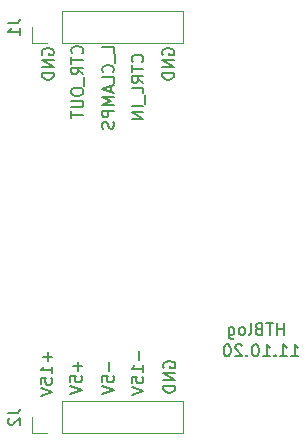
<source format=gbr>
G04 #@! TF.GenerationSoftware,KiCad,Pcbnew,(5.1.5)-3*
G04 #@! TF.CreationDate,2020-10-27T23:36:23+01:00*
G04 #@! TF.ProjectId,error_amplifier_1,6572726f-725f-4616-9d70-6c6966696572,rev?*
G04 #@! TF.SameCoordinates,Original*
G04 #@! TF.FileFunction,Legend,Bot*
G04 #@! TF.FilePolarity,Positive*
%FSLAX46Y46*%
G04 Gerber Fmt 4.6, Leading zero omitted, Abs format (unit mm)*
G04 Created by KiCad (PCBNEW (5.1.5)-3) date 2020-10-27 23:36:23*
%MOMM*%
%LPD*%
G04 APERTURE LIST*
%ADD10C,0.150000*%
%ADD11C,0.120000*%
G04 APERTURE END LIST*
D10*
X129233333Y-145452380D02*
X129233333Y-144452380D01*
X129233333Y-144928571D02*
X128661904Y-144928571D01*
X128661904Y-145452380D02*
X128661904Y-144452380D01*
X128328571Y-144452380D02*
X127757142Y-144452380D01*
X128042857Y-145452380D02*
X128042857Y-144452380D01*
X127090476Y-144928571D02*
X126947619Y-144976190D01*
X126900000Y-145023809D01*
X126852380Y-145119047D01*
X126852380Y-145261904D01*
X126900000Y-145357142D01*
X126947619Y-145404761D01*
X127042857Y-145452380D01*
X127423809Y-145452380D01*
X127423809Y-144452380D01*
X127090476Y-144452380D01*
X126995238Y-144500000D01*
X126947619Y-144547619D01*
X126900000Y-144642857D01*
X126900000Y-144738095D01*
X126947619Y-144833333D01*
X126995238Y-144880952D01*
X127090476Y-144928571D01*
X127423809Y-144928571D01*
X126280952Y-145452380D02*
X126376190Y-145404761D01*
X126423809Y-145309523D01*
X126423809Y-144452380D01*
X125757142Y-145452380D02*
X125852380Y-145404761D01*
X125900000Y-145357142D01*
X125947619Y-145261904D01*
X125947619Y-144976190D01*
X125900000Y-144880952D01*
X125852380Y-144833333D01*
X125757142Y-144785714D01*
X125614285Y-144785714D01*
X125519047Y-144833333D01*
X125471428Y-144880952D01*
X125423809Y-144976190D01*
X125423809Y-145261904D01*
X125471428Y-145357142D01*
X125519047Y-145404761D01*
X125614285Y-145452380D01*
X125757142Y-145452380D01*
X124566666Y-144785714D02*
X124566666Y-145595238D01*
X124614285Y-145690476D01*
X124661904Y-145738095D01*
X124757142Y-145785714D01*
X124900000Y-145785714D01*
X124995238Y-145738095D01*
X124566666Y-145404761D02*
X124661904Y-145452380D01*
X124852380Y-145452380D01*
X124947619Y-145404761D01*
X124995238Y-145357142D01*
X125042857Y-145261904D01*
X125042857Y-144976190D01*
X124995238Y-144880952D01*
X124947619Y-144833333D01*
X124852380Y-144785714D01*
X124661904Y-144785714D01*
X124566666Y-144833333D01*
X119000000Y-121738095D02*
X118952380Y-121642857D01*
X118952380Y-121500000D01*
X119000000Y-121357142D01*
X119095238Y-121261904D01*
X119190476Y-121214285D01*
X119380952Y-121166666D01*
X119523809Y-121166666D01*
X119714285Y-121214285D01*
X119809523Y-121261904D01*
X119904761Y-121357142D01*
X119952380Y-121500000D01*
X119952380Y-121595238D01*
X119904761Y-121738095D01*
X119857142Y-121785714D01*
X119523809Y-121785714D01*
X119523809Y-121595238D01*
X119952380Y-122214285D02*
X118952380Y-122214285D01*
X119952380Y-122785714D01*
X118952380Y-122785714D01*
X119952380Y-123261904D02*
X118952380Y-123261904D01*
X118952380Y-123500000D01*
X119000000Y-123642857D01*
X119095238Y-123738095D01*
X119190476Y-123785714D01*
X119380952Y-123833333D01*
X119523809Y-123833333D01*
X119714285Y-123785714D01*
X119809523Y-123738095D01*
X119904761Y-123642857D01*
X119952380Y-123500000D01*
X119952380Y-123261904D01*
X117257142Y-122340952D02*
X117304761Y-122293333D01*
X117352380Y-122150476D01*
X117352380Y-122055238D01*
X117304761Y-121912380D01*
X117209523Y-121817142D01*
X117114285Y-121769523D01*
X116923809Y-121721904D01*
X116780952Y-121721904D01*
X116590476Y-121769523D01*
X116495238Y-121817142D01*
X116400000Y-121912380D01*
X116352380Y-122055238D01*
X116352380Y-122150476D01*
X116400000Y-122293333D01*
X116447619Y-122340952D01*
X116352380Y-122626666D02*
X116352380Y-123198095D01*
X117352380Y-122912380D02*
X116352380Y-122912380D01*
X117352380Y-124102857D02*
X116876190Y-123769523D01*
X117352380Y-123531428D02*
X116352380Y-123531428D01*
X116352380Y-123912380D01*
X116400000Y-124007619D01*
X116447619Y-124055238D01*
X116542857Y-124102857D01*
X116685714Y-124102857D01*
X116780952Y-124055238D01*
X116828571Y-124007619D01*
X116876190Y-123912380D01*
X116876190Y-123531428D01*
X117352380Y-125007619D02*
X117352380Y-124531428D01*
X116352380Y-124531428D01*
X117447619Y-125102857D02*
X117447619Y-125864761D01*
X117352380Y-126102857D02*
X116352380Y-126102857D01*
X117352380Y-126579047D02*
X116352380Y-126579047D01*
X117352380Y-127150476D01*
X116352380Y-127150476D01*
X114852380Y-121547619D02*
X114852380Y-121071428D01*
X113852380Y-121071428D01*
X114947619Y-121642857D02*
X114947619Y-122404761D01*
X114757142Y-123214285D02*
X114804761Y-123166666D01*
X114852380Y-123023809D01*
X114852380Y-122928571D01*
X114804761Y-122785714D01*
X114709523Y-122690476D01*
X114614285Y-122642857D01*
X114423809Y-122595238D01*
X114280952Y-122595238D01*
X114090476Y-122642857D01*
X113995238Y-122690476D01*
X113900000Y-122785714D01*
X113852380Y-122928571D01*
X113852380Y-123023809D01*
X113900000Y-123166666D01*
X113947619Y-123214285D01*
X114852380Y-124119047D02*
X114852380Y-123642857D01*
X113852380Y-123642857D01*
X114566666Y-124404761D02*
X114566666Y-124880952D01*
X114852380Y-124309523D02*
X113852380Y-124642857D01*
X114852380Y-124976190D01*
X114852380Y-125309523D02*
X113852380Y-125309523D01*
X114566666Y-125642857D01*
X113852380Y-125976190D01*
X114852380Y-125976190D01*
X114852380Y-126452380D02*
X113852380Y-126452380D01*
X113852380Y-126833333D01*
X113900000Y-126928571D01*
X113947619Y-126976190D01*
X114042857Y-127023809D01*
X114185714Y-127023809D01*
X114280952Y-126976190D01*
X114328571Y-126928571D01*
X114376190Y-126833333D01*
X114376190Y-126452380D01*
X114804761Y-127404761D02*
X114852380Y-127547619D01*
X114852380Y-127785714D01*
X114804761Y-127880952D01*
X114757142Y-127928571D01*
X114661904Y-127976190D01*
X114566666Y-127976190D01*
X114471428Y-127928571D01*
X114423809Y-127880952D01*
X114376190Y-127785714D01*
X114328571Y-127595238D01*
X114280952Y-127500000D01*
X114233333Y-127452380D01*
X114138095Y-127404761D01*
X114042857Y-127404761D01*
X113947619Y-127452380D01*
X113900000Y-127500000D01*
X113852380Y-127595238D01*
X113852380Y-127833333D01*
X113900000Y-127976190D01*
X112157142Y-121619047D02*
X112204761Y-121571428D01*
X112252380Y-121428571D01*
X112252380Y-121333333D01*
X112204761Y-121190476D01*
X112109523Y-121095238D01*
X112014285Y-121047619D01*
X111823809Y-121000000D01*
X111680952Y-121000000D01*
X111490476Y-121047619D01*
X111395238Y-121095238D01*
X111300000Y-121190476D01*
X111252380Y-121333333D01*
X111252380Y-121428571D01*
X111300000Y-121571428D01*
X111347619Y-121619047D01*
X111252380Y-121904761D02*
X111252380Y-122476190D01*
X112252380Y-122190476D02*
X111252380Y-122190476D01*
X112252380Y-123380952D02*
X111776190Y-123047619D01*
X112252380Y-122809523D02*
X111252380Y-122809523D01*
X111252380Y-123190476D01*
X111300000Y-123285714D01*
X111347619Y-123333333D01*
X111442857Y-123380952D01*
X111585714Y-123380952D01*
X111680952Y-123333333D01*
X111728571Y-123285714D01*
X111776190Y-123190476D01*
X111776190Y-122809523D01*
X112347619Y-123571428D02*
X112347619Y-124333333D01*
X111252380Y-124761904D02*
X111252380Y-124952380D01*
X111300000Y-125047619D01*
X111395238Y-125142857D01*
X111585714Y-125190476D01*
X111919047Y-125190476D01*
X112109523Y-125142857D01*
X112204761Y-125047619D01*
X112252380Y-124952380D01*
X112252380Y-124761904D01*
X112204761Y-124666666D01*
X112109523Y-124571428D01*
X111919047Y-124523809D01*
X111585714Y-124523809D01*
X111395238Y-124571428D01*
X111300000Y-124666666D01*
X111252380Y-124761904D01*
X111252380Y-125619047D02*
X112061904Y-125619047D01*
X112157142Y-125666666D01*
X112204761Y-125714285D01*
X112252380Y-125809523D01*
X112252380Y-126000000D01*
X112204761Y-126095238D01*
X112157142Y-126142857D01*
X112061904Y-126190476D01*
X111252380Y-126190476D01*
X111252380Y-126523809D02*
X111252380Y-127095238D01*
X112252380Y-126809523D02*
X111252380Y-126809523D01*
X108800000Y-121738095D02*
X108752380Y-121642857D01*
X108752380Y-121500000D01*
X108800000Y-121357142D01*
X108895238Y-121261904D01*
X108990476Y-121214285D01*
X109180952Y-121166666D01*
X109323809Y-121166666D01*
X109514285Y-121214285D01*
X109609523Y-121261904D01*
X109704761Y-121357142D01*
X109752380Y-121500000D01*
X109752380Y-121595238D01*
X109704761Y-121738095D01*
X109657142Y-121785714D01*
X109323809Y-121785714D01*
X109323809Y-121595238D01*
X109752380Y-122214285D02*
X108752380Y-122214285D01*
X109752380Y-122785714D01*
X108752380Y-122785714D01*
X109752380Y-123261904D02*
X108752380Y-123261904D01*
X108752380Y-123500000D01*
X108800000Y-123642857D01*
X108895238Y-123738095D01*
X108990476Y-123785714D01*
X109180952Y-123833333D01*
X109323809Y-123833333D01*
X109514285Y-123785714D01*
X109609523Y-123738095D01*
X109704761Y-123642857D01*
X109752380Y-123500000D01*
X109752380Y-123261904D01*
X119100000Y-148238095D02*
X119052380Y-148142857D01*
X119052380Y-148000000D01*
X119100000Y-147857142D01*
X119195238Y-147761904D01*
X119290476Y-147714285D01*
X119480952Y-147666666D01*
X119623809Y-147666666D01*
X119814285Y-147714285D01*
X119909523Y-147761904D01*
X120004761Y-147857142D01*
X120052380Y-148000000D01*
X120052380Y-148095238D01*
X120004761Y-148238095D01*
X119957142Y-148285714D01*
X119623809Y-148285714D01*
X119623809Y-148095238D01*
X120052380Y-148714285D02*
X119052380Y-148714285D01*
X120052380Y-149285714D01*
X119052380Y-149285714D01*
X120052380Y-149761904D02*
X119052380Y-149761904D01*
X119052380Y-150000000D01*
X119100000Y-150142857D01*
X119195238Y-150238095D01*
X119290476Y-150285714D01*
X119480952Y-150333333D01*
X119623809Y-150333333D01*
X119814285Y-150285714D01*
X119909523Y-150238095D01*
X120004761Y-150142857D01*
X120052380Y-150000000D01*
X120052380Y-149761904D01*
X116971428Y-146838095D02*
X116971428Y-147600000D01*
X117352380Y-148600000D02*
X117352380Y-148028571D01*
X117352380Y-148314285D02*
X116352380Y-148314285D01*
X116495238Y-148219047D01*
X116590476Y-148123809D01*
X116638095Y-148028571D01*
X116352380Y-149504761D02*
X116352380Y-149028571D01*
X116828571Y-148980952D01*
X116780952Y-149028571D01*
X116733333Y-149123809D01*
X116733333Y-149361904D01*
X116780952Y-149457142D01*
X116828571Y-149504761D01*
X116923809Y-149552380D01*
X117161904Y-149552380D01*
X117257142Y-149504761D01*
X117304761Y-149457142D01*
X117352380Y-149361904D01*
X117352380Y-149123809D01*
X117304761Y-149028571D01*
X117257142Y-148980952D01*
X116352380Y-149838095D02*
X117352380Y-150171428D01*
X116352380Y-150504761D01*
X114471428Y-147714285D02*
X114471428Y-148476190D01*
X113852380Y-149428571D02*
X113852380Y-148952380D01*
X114328571Y-148904761D01*
X114280952Y-148952380D01*
X114233333Y-149047619D01*
X114233333Y-149285714D01*
X114280952Y-149380952D01*
X114328571Y-149428571D01*
X114423809Y-149476190D01*
X114661904Y-149476190D01*
X114757142Y-149428571D01*
X114804761Y-149380952D01*
X114852380Y-149285714D01*
X114852380Y-149047619D01*
X114804761Y-148952380D01*
X114757142Y-148904761D01*
X113852380Y-149761904D02*
X114852380Y-150095238D01*
X113852380Y-150428571D01*
X111771428Y-147714285D02*
X111771428Y-148476190D01*
X112152380Y-148095238D02*
X111390476Y-148095238D01*
X111152380Y-149428571D02*
X111152380Y-148952380D01*
X111628571Y-148904761D01*
X111580952Y-148952380D01*
X111533333Y-149047619D01*
X111533333Y-149285714D01*
X111580952Y-149380952D01*
X111628571Y-149428571D01*
X111723809Y-149476190D01*
X111961904Y-149476190D01*
X112057142Y-149428571D01*
X112104761Y-149380952D01*
X112152380Y-149285714D01*
X112152380Y-149047619D01*
X112104761Y-148952380D01*
X112057142Y-148904761D01*
X111152380Y-149761904D02*
X112152380Y-150095238D01*
X111152380Y-150428571D01*
X109271428Y-146938095D02*
X109271428Y-147700000D01*
X109652380Y-147319047D02*
X108890476Y-147319047D01*
X109652380Y-148700000D02*
X109652380Y-148128571D01*
X109652380Y-148414285D02*
X108652380Y-148414285D01*
X108795238Y-148319047D01*
X108890476Y-148223809D01*
X108938095Y-148128571D01*
X108652380Y-149604761D02*
X108652380Y-149128571D01*
X109128571Y-149080952D01*
X109080952Y-149128571D01*
X109033333Y-149223809D01*
X109033333Y-149461904D01*
X109080952Y-149557142D01*
X109128571Y-149604761D01*
X109223809Y-149652380D01*
X109461904Y-149652380D01*
X109557142Y-149604761D01*
X109604761Y-149557142D01*
X109652380Y-149461904D01*
X109652380Y-149223809D01*
X109604761Y-149128571D01*
X109557142Y-149080952D01*
X108652380Y-149938095D02*
X109652380Y-150271428D01*
X108652380Y-150604761D01*
X129871428Y-147252380D02*
X130442857Y-147252380D01*
X130157142Y-147252380D02*
X130157142Y-146252380D01*
X130252380Y-146395238D01*
X130347619Y-146490476D01*
X130442857Y-146538095D01*
X128919047Y-147252380D02*
X129490476Y-147252380D01*
X129204761Y-147252380D02*
X129204761Y-146252380D01*
X129300000Y-146395238D01*
X129395238Y-146490476D01*
X129490476Y-146538095D01*
X128490476Y-147157142D02*
X128442857Y-147204761D01*
X128490476Y-147252380D01*
X128538095Y-147204761D01*
X128490476Y-147157142D01*
X128490476Y-147252380D01*
X127490476Y-147252380D02*
X128061904Y-147252380D01*
X127776190Y-147252380D02*
X127776190Y-146252380D01*
X127871428Y-146395238D01*
X127966666Y-146490476D01*
X128061904Y-146538095D01*
X126871428Y-146252380D02*
X126776190Y-146252380D01*
X126680952Y-146300000D01*
X126633333Y-146347619D01*
X126585714Y-146442857D01*
X126538095Y-146633333D01*
X126538095Y-146871428D01*
X126585714Y-147061904D01*
X126633333Y-147157142D01*
X126680952Y-147204761D01*
X126776190Y-147252380D01*
X126871428Y-147252380D01*
X126966666Y-147204761D01*
X127014285Y-147157142D01*
X127061904Y-147061904D01*
X127109523Y-146871428D01*
X127109523Y-146633333D01*
X127061904Y-146442857D01*
X127014285Y-146347619D01*
X126966666Y-146300000D01*
X126871428Y-146252380D01*
X126109523Y-147157142D02*
X126061904Y-147204761D01*
X126109523Y-147252380D01*
X126157142Y-147204761D01*
X126109523Y-147157142D01*
X126109523Y-147252380D01*
X125680952Y-146347619D02*
X125633333Y-146300000D01*
X125538095Y-146252380D01*
X125300000Y-146252380D01*
X125204761Y-146300000D01*
X125157142Y-146347619D01*
X125109523Y-146442857D01*
X125109523Y-146538095D01*
X125157142Y-146680952D01*
X125728571Y-147252380D01*
X125109523Y-147252380D01*
X124490476Y-146252380D02*
X124395238Y-146252380D01*
X124300000Y-146300000D01*
X124252380Y-146347619D01*
X124204761Y-146442857D01*
X124157142Y-146633333D01*
X124157142Y-146871428D01*
X124204761Y-147061904D01*
X124252380Y-147157142D01*
X124300000Y-147204761D01*
X124395238Y-147252380D01*
X124490476Y-147252380D01*
X124585714Y-147204761D01*
X124633333Y-147157142D01*
X124680952Y-147061904D01*
X124728571Y-146871428D01*
X124728571Y-146633333D01*
X124680952Y-146442857D01*
X124633333Y-146347619D01*
X124585714Y-146300000D01*
X124490476Y-146252380D01*
D11*
X107890000Y-152400000D02*
X107890000Y-153730000D01*
X107890000Y-153730000D02*
X109220000Y-153730000D01*
X110490000Y-153730000D02*
X120710000Y-153730000D01*
X120710000Y-151070000D02*
X120710000Y-153730000D01*
X110490000Y-151070000D02*
X120710000Y-151070000D01*
X110490000Y-151070000D02*
X110490000Y-153730000D01*
X107890000Y-119380000D02*
X107890000Y-120710000D01*
X107890000Y-120710000D02*
X109220000Y-120710000D01*
X110490000Y-120710000D02*
X120710000Y-120710000D01*
X120710000Y-118050000D02*
X120710000Y-120710000D01*
X110490000Y-118050000D02*
X120710000Y-118050000D01*
X110490000Y-118050000D02*
X110490000Y-120710000D01*
D10*
X105902380Y-152066666D02*
X106616666Y-152066666D01*
X106759523Y-152019047D01*
X106854761Y-151923809D01*
X106902380Y-151780952D01*
X106902380Y-151685714D01*
X105997619Y-152495238D02*
X105950000Y-152542857D01*
X105902380Y-152638095D01*
X105902380Y-152876190D01*
X105950000Y-152971428D01*
X105997619Y-153019047D01*
X106092857Y-153066666D01*
X106188095Y-153066666D01*
X106330952Y-153019047D01*
X106902380Y-152447619D01*
X106902380Y-153066666D01*
X105902380Y-119046666D02*
X106616666Y-119046666D01*
X106759523Y-118999047D01*
X106854761Y-118903809D01*
X106902380Y-118760952D01*
X106902380Y-118665714D01*
X106902380Y-120046666D02*
X106902380Y-119475238D01*
X106902380Y-119760952D02*
X105902380Y-119760952D01*
X106045238Y-119665714D01*
X106140476Y-119570476D01*
X106188095Y-119475238D01*
M02*

</source>
